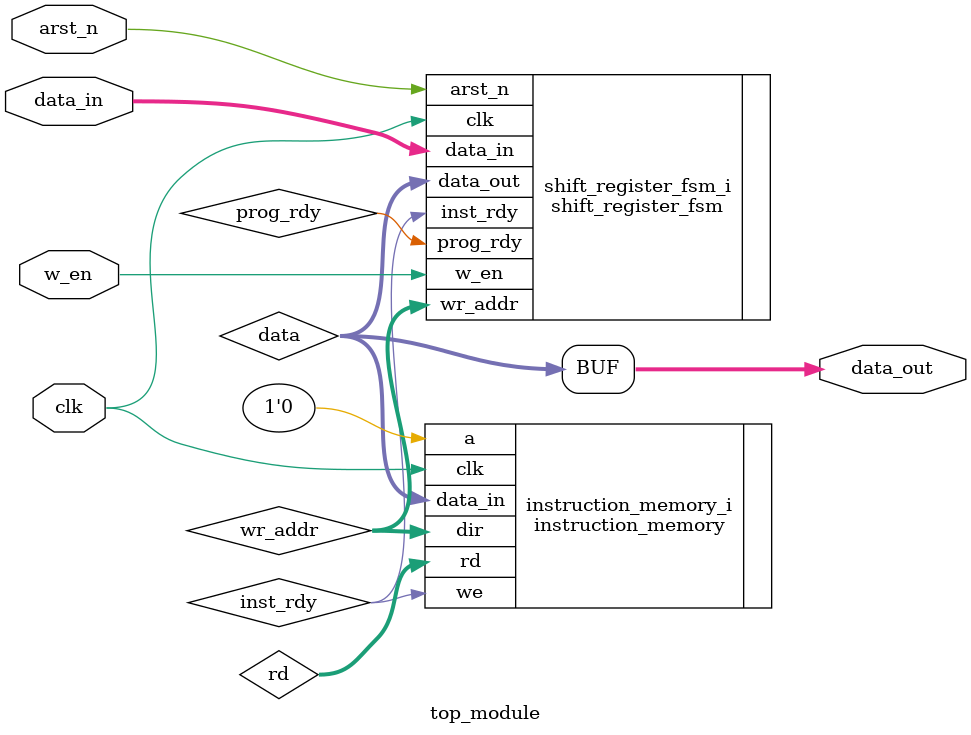
<source format=sv>
`timescale 1ns / 1ps

module top_module #(parameter DATA_WIDTH = 32, parameter INPUT_BYTE = 8, parameter N_INSTRUCTIONS = 10)(
    input logic clk,
    input logic arst_n,
    input logic w_en,
    input logic [INPUT_BYTE - 1 : 0] data_in,
    output logic [DATA_WIDTH - 1 : 0] data_out 
);
    
logic [DATA_WIDTH - 1 : 0] data;
logic [INPUT_BYTE - 1 : 0] wr_addr;
logic prog_rdy;
logic inst_rdy;
logic [DATA_WIDTH - 1 : 0] rd;


shift_register_fsm shift_register_fsm_i(
.clk(clk),
.arst_n(arst_n),
.w_en(w_en),
.data_in(data_in),
.data_out(data),
.prog_rdy(prog_rdy),
.wr_addr(wr_addr),
.inst_rdy(inst_rdy)
);

instruction_memory instruction_memory_i(
.clk(clk),
.a('0),       
.rd(rd),      
.data_in(data),
.dir(wr_addr),     
.we(inst_rdy)        
);

assign data_out = data;

endmodule

</source>
